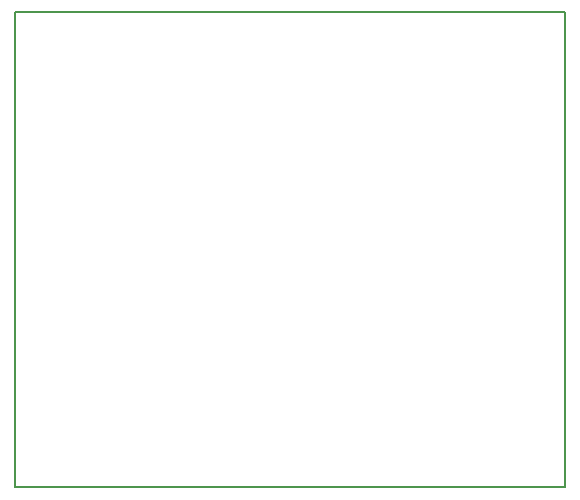
<source format=gbp>
G75*
%MOIN*%
%OFA0B0*%
%FSLAX25Y25*%
%IPPOS*%
%LPD*%
%AMOC8*
5,1,8,0,0,1.08239X$1,22.5*
%
%ADD10C,0.00600*%
D10*
X0035757Y0001300D02*
X0035757Y0159568D01*
X0219221Y0159568D01*
X0219221Y0001300D01*
X0035757Y0001300D01*
M02*

</source>
